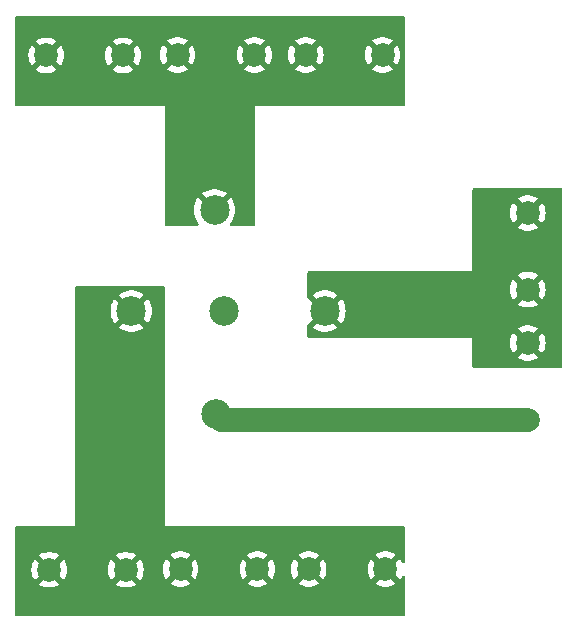
<source format=gbr>
%TF.GenerationSoftware,KiCad,Pcbnew,7.0.9*%
%TF.CreationDate,2023-12-26T14:09:42-08:00*%
%TF.ProjectId,Relay_PCB_final,52656c61-795f-4504-9342-5f66696e616c,rev?*%
%TF.SameCoordinates,Original*%
%TF.FileFunction,Copper,L1,Top*%
%TF.FilePolarity,Positive*%
%FSLAX46Y46*%
G04 Gerber Fmt 4.6, Leading zero omitted, Abs format (unit mm)*
G04 Created by KiCad (PCBNEW 7.0.9) date 2023-12-26 14:09:42*
%MOMM*%
%LPD*%
G01*
G04 APERTURE LIST*
%TA.AperFunction,ComponentPad*%
%ADD10C,2.000000*%
%TD*%
%TA.AperFunction,ComponentPad*%
%ADD11C,2.500000*%
%TD*%
%TA.AperFunction,Conductor*%
%ADD12C,0.000000*%
%TD*%
%TA.AperFunction,Conductor*%
%ADD13C,2.000000*%
%TD*%
%TA.AperFunction,Conductor*%
%ADD14C,0.200000*%
%TD*%
G04 APERTURE END LIST*
D10*
%TO.P,,1*%
%TO.N,negative_motors*%
X127107000Y-61776000D03*
%TO.N,positive_motors*%
X127357000Y-105326000D03*
%TO.N,negative_motors*%
X133607000Y-61776000D03*
%TO.N,positive_motors*%
X133857000Y-105326000D03*
%TO.N,negative_motors*%
X138232000Y-61726000D03*
%TO.N,positive_motors*%
X138482000Y-105276000D03*
%TO.N,negative_motors*%
X144732000Y-61726000D03*
%TO.N,positive_motors*%
X144982000Y-105276000D03*
%TO.N,negative_motors*%
X149082000Y-61726000D03*
%TO.N,positive_motors*%
X149332000Y-105276000D03*
%TO.N,negative_motors*%
X155582000Y-61726000D03*
%TO.N,positive_motors*%
X155832000Y-105276000D03*
%TO.N,pwr*%
X167882000Y-75110000D03*
X167882000Y-81610000D03*
X167882000Y-86110000D03*
%TO.N,gnd*%
X167882000Y-92610000D03*
D11*
%TO.P,,2*%
%TO.N,positive_motors*%
X134307000Y-83426000D03*
%TO.N,negative_motors*%
X141357000Y-74851000D03*
%TO.N,gnd*%
X141457000Y-92176000D03*
%TO.N,N/C*%
X142157000Y-83451000D03*
%TO.N,pwr*%
X150707000Y-83426000D03*
%TD*%
D12*
%TO.N,positive_motors*%
X134300000Y-83433000D02*
X134307000Y-83426000D01*
X133700000Y-84033000D02*
X134307000Y-83426000D01*
X133857000Y-105326000D02*
X133700000Y-105169000D01*
X144982000Y-105276000D02*
X144976000Y-105276000D01*
X133857000Y-105326000D02*
X134300000Y-104883000D01*
D13*
%TO.N,gnd*%
X167882000Y-92610000D02*
X141891000Y-92610000D01*
D14*
X141891000Y-92610000D02*
X141457000Y-92176000D01*
%TD*%
%TA.AperFunction,Conductor*%
%TO.N,pwr*%
G36*
X170740500Y-73044962D02*
G01*
X170795038Y-73099500D01*
X170815000Y-73174000D01*
X170815000Y-88116000D01*
X170795038Y-88190500D01*
X170740500Y-88245038D01*
X170666000Y-88265000D01*
X163344000Y-88265000D01*
X163269500Y-88245038D01*
X163214962Y-88190500D01*
X163195000Y-88116000D01*
X163195000Y-86110001D01*
X166376859Y-86110001D01*
X166397386Y-86357733D01*
X166458412Y-86598721D01*
X166558263Y-86826358D01*
X166558267Y-86826365D01*
X166658563Y-86979881D01*
X167204803Y-86433641D01*
X167228059Y-86487553D01*
X167332756Y-86628185D01*
X167467062Y-86740882D01*
X167558665Y-86786886D01*
X167011942Y-87333609D01*
X167011942Y-87333610D01*
X167058766Y-87370054D01*
X167277393Y-87488368D01*
X167512506Y-87569082D01*
X167757708Y-87609999D01*
X167757708Y-87610000D01*
X168006292Y-87610000D01*
X168006291Y-87609999D01*
X168251493Y-87569082D01*
X168486606Y-87488368D01*
X168705233Y-87370054D01*
X168752056Y-87333609D01*
X168207945Y-86789498D01*
X168220891Y-86784787D01*
X168367373Y-86688445D01*
X168487688Y-86560918D01*
X168560447Y-86434894D01*
X169105435Y-86979882D01*
X169105435Y-86979881D01*
X169205728Y-86826374D01*
X169205736Y-86826358D01*
X169305587Y-86598721D01*
X169366613Y-86357733D01*
X169387141Y-86110001D01*
X169387141Y-86109998D01*
X169366613Y-85862266D01*
X169305587Y-85621278D01*
X169205736Y-85393641D01*
X169205732Y-85393634D01*
X169105434Y-85240117D01*
X168559195Y-85786356D01*
X168535941Y-85732447D01*
X168431244Y-85591815D01*
X168296938Y-85479118D01*
X168205332Y-85433112D01*
X168752056Y-84886389D01*
X168752056Y-84886388D01*
X168705235Y-84849946D01*
X168705231Y-84849944D01*
X168486606Y-84731631D01*
X168251493Y-84650917D01*
X168006291Y-84610000D01*
X167757708Y-84610000D01*
X167512506Y-84650917D01*
X167277393Y-84731631D01*
X167058763Y-84849947D01*
X167011942Y-84886388D01*
X167011942Y-84886389D01*
X167556054Y-85430501D01*
X167543109Y-85435213D01*
X167396627Y-85531555D01*
X167276312Y-85659082D01*
X167203552Y-85785105D01*
X166658563Y-85240116D01*
X166558266Y-85393632D01*
X166458412Y-85621278D01*
X166397386Y-85862266D01*
X166376859Y-86109998D01*
X166376859Y-86110001D01*
X163195000Y-86110001D01*
X163195000Y-85725000D01*
X149374000Y-85725000D01*
X149299500Y-85705038D01*
X149244962Y-85650500D01*
X149225000Y-85576000D01*
X149225000Y-84616163D01*
X149244962Y-84541663D01*
X149268641Y-84510804D01*
X149845348Y-83934096D01*
X149912146Y-84041263D01*
X150052268Y-84188671D01*
X150197085Y-84289467D01*
X149657832Y-84828720D01*
X149829551Y-84945796D01*
X150065850Y-85059592D01*
X150065871Y-85059600D01*
X150316490Y-85136906D01*
X150316494Y-85136907D01*
X150575852Y-85175999D01*
X150575859Y-85176000D01*
X150838141Y-85176000D01*
X150838147Y-85175999D01*
X151097505Y-85136907D01*
X151097509Y-85136906D01*
X151348128Y-85059600D01*
X151348149Y-85059592D01*
X151584451Y-84945795D01*
X151584463Y-84945788D01*
X151756167Y-84828721D01*
X151215125Y-84287678D01*
X151281214Y-84250996D01*
X151435531Y-84118520D01*
X151560021Y-83957692D01*
X151570625Y-83936072D01*
X152109124Y-84474571D01*
X152109125Y-84474570D01*
X152156972Y-84414572D01*
X152288116Y-84187426D01*
X152383941Y-83943267D01*
X152383942Y-83943263D01*
X152442304Y-83687562D01*
X152442307Y-83687543D01*
X152461907Y-83426004D01*
X152461907Y-83425995D01*
X152442307Y-83164456D01*
X152442304Y-83164437D01*
X152383942Y-82908736D01*
X152383941Y-82908732D01*
X152288116Y-82664573D01*
X152156972Y-82437427D01*
X152109124Y-82377428D01*
X151568650Y-82917901D01*
X151501854Y-82810737D01*
X151361732Y-82663329D01*
X151216912Y-82562531D01*
X151756166Y-82023278D01*
X151584449Y-81906203D01*
X151348149Y-81792407D01*
X151348128Y-81792399D01*
X151097509Y-81715093D01*
X151097505Y-81715092D01*
X150838147Y-81676000D01*
X150575852Y-81676000D01*
X150316494Y-81715092D01*
X150316490Y-81715093D01*
X150065871Y-81792399D01*
X150065850Y-81792407D01*
X149829548Y-81906205D01*
X149657832Y-82023277D01*
X149657832Y-82023278D01*
X150198875Y-82564321D01*
X150132786Y-82601004D01*
X149978469Y-82733480D01*
X149853979Y-82894308D01*
X149843373Y-82915927D01*
X149268641Y-82341195D01*
X149230077Y-82274400D01*
X149225000Y-82235836D01*
X149225000Y-81610001D01*
X166376859Y-81610001D01*
X166397386Y-81857733D01*
X166458412Y-82098721D01*
X166558263Y-82326358D01*
X166558267Y-82326365D01*
X166658563Y-82479881D01*
X167204803Y-81933641D01*
X167228059Y-81987553D01*
X167332756Y-82128185D01*
X167467062Y-82240882D01*
X167558665Y-82286886D01*
X167011942Y-82833609D01*
X167011942Y-82833610D01*
X167058766Y-82870054D01*
X167277393Y-82988368D01*
X167512506Y-83069082D01*
X167757708Y-83109999D01*
X167757708Y-83110000D01*
X168006292Y-83110000D01*
X168006291Y-83109999D01*
X168251493Y-83069082D01*
X168486606Y-82988368D01*
X168705233Y-82870054D01*
X168752056Y-82833609D01*
X168207945Y-82289498D01*
X168220891Y-82284787D01*
X168367373Y-82188445D01*
X168487688Y-82060918D01*
X168560447Y-81934894D01*
X169105435Y-82479882D01*
X169105435Y-82479881D01*
X169205728Y-82326374D01*
X169205736Y-82326358D01*
X169305587Y-82098721D01*
X169366613Y-81857733D01*
X169387141Y-81610001D01*
X169387141Y-81609998D01*
X169366613Y-81362266D01*
X169305587Y-81121278D01*
X169205736Y-80893641D01*
X169205732Y-80893634D01*
X169105434Y-80740117D01*
X168559195Y-81286356D01*
X168535941Y-81232447D01*
X168431244Y-81091815D01*
X168296938Y-80979118D01*
X168205332Y-80933112D01*
X168752056Y-80386389D01*
X168752056Y-80386388D01*
X168705235Y-80349946D01*
X168705231Y-80349944D01*
X168486606Y-80231631D01*
X168251493Y-80150917D01*
X168006291Y-80110000D01*
X167757708Y-80110000D01*
X167512506Y-80150917D01*
X167277393Y-80231631D01*
X167058763Y-80349947D01*
X167011942Y-80386388D01*
X167011942Y-80386389D01*
X167556054Y-80930501D01*
X167543109Y-80935213D01*
X167396627Y-81031555D01*
X167276312Y-81159082D01*
X167203552Y-81285105D01*
X166658563Y-80740116D01*
X166558266Y-80893632D01*
X166458412Y-81121278D01*
X166397386Y-81362266D01*
X166376859Y-81609998D01*
X166376859Y-81610001D01*
X149225000Y-81610001D01*
X149225000Y-80159000D01*
X149244962Y-80084500D01*
X149299500Y-80029962D01*
X149374000Y-80010000D01*
X163195000Y-80010000D01*
X163195000Y-75110001D01*
X166376859Y-75110001D01*
X166397386Y-75357733D01*
X166458412Y-75598721D01*
X166558263Y-75826358D01*
X166558267Y-75826365D01*
X166658563Y-75979881D01*
X167204803Y-75433641D01*
X167228059Y-75487553D01*
X167332756Y-75628185D01*
X167467062Y-75740882D01*
X167558665Y-75786886D01*
X167011942Y-76333609D01*
X167011942Y-76333610D01*
X167058766Y-76370054D01*
X167277393Y-76488368D01*
X167512506Y-76569082D01*
X167757708Y-76609999D01*
X167757708Y-76610000D01*
X168006292Y-76610000D01*
X168006291Y-76609999D01*
X168251493Y-76569082D01*
X168486606Y-76488368D01*
X168705233Y-76370054D01*
X168752056Y-76333609D01*
X168207945Y-75789498D01*
X168220891Y-75784787D01*
X168367373Y-75688445D01*
X168487688Y-75560918D01*
X168560447Y-75434894D01*
X169105435Y-75979882D01*
X169105435Y-75979881D01*
X169205728Y-75826374D01*
X169205736Y-75826358D01*
X169305587Y-75598721D01*
X169366613Y-75357733D01*
X169387141Y-75110001D01*
X169387141Y-75109998D01*
X169366613Y-74862266D01*
X169305587Y-74621278D01*
X169205736Y-74393641D01*
X169205732Y-74393634D01*
X169105434Y-74240117D01*
X168559195Y-74786356D01*
X168535941Y-74732447D01*
X168431244Y-74591815D01*
X168296938Y-74479118D01*
X168205332Y-74433112D01*
X168752056Y-73886389D01*
X168752056Y-73886388D01*
X168705235Y-73849946D01*
X168705231Y-73849944D01*
X168486606Y-73731631D01*
X168251493Y-73650917D01*
X168006291Y-73610000D01*
X167757708Y-73610000D01*
X167512506Y-73650917D01*
X167277393Y-73731631D01*
X167058763Y-73849947D01*
X167011942Y-73886388D01*
X167011942Y-73886389D01*
X167556054Y-74430501D01*
X167543109Y-74435213D01*
X167396627Y-74531555D01*
X167276312Y-74659082D01*
X167203552Y-74785105D01*
X166658563Y-74240116D01*
X166558266Y-74393632D01*
X166458412Y-74621278D01*
X166397386Y-74862266D01*
X166376859Y-75109998D01*
X166376859Y-75110001D01*
X163195000Y-75110001D01*
X163195000Y-73174000D01*
X163214962Y-73099500D01*
X163269500Y-73044962D01*
X163344000Y-73025000D01*
X170666000Y-73025000D01*
X170740500Y-73044962D01*
G37*
%TD.AperFunction*%
%TD*%
%TA.AperFunction,Conductor*%
%TO.N,negative_motors*%
G36*
X157405500Y-58439962D02*
G01*
X157460038Y-58494500D01*
X157480000Y-58569000D01*
X157480000Y-65891000D01*
X157460038Y-65965500D01*
X157405500Y-66020038D01*
X157331000Y-66040000D01*
X144780000Y-66040000D01*
X144780000Y-76051000D01*
X144760038Y-76125500D01*
X144705500Y-76180038D01*
X144631000Y-76200000D01*
X142828944Y-76200000D01*
X142754444Y-76180038D01*
X142699906Y-76125500D01*
X142679944Y-76051000D01*
X142699906Y-75976500D01*
X142712451Y-75958100D01*
X142806972Y-75839573D01*
X142938116Y-75612426D01*
X143033941Y-75368267D01*
X143033942Y-75368263D01*
X143092304Y-75112562D01*
X143092307Y-75112543D01*
X143111907Y-74851004D01*
X143111907Y-74850995D01*
X143092307Y-74589456D01*
X143092304Y-74589437D01*
X143033942Y-74333736D01*
X143033941Y-74333732D01*
X142938116Y-74089573D01*
X142806972Y-73862427D01*
X142759124Y-73802428D01*
X142218650Y-74342901D01*
X142151854Y-74235737D01*
X142011732Y-74088329D01*
X141866912Y-73987531D01*
X142406166Y-73448278D01*
X142234449Y-73331203D01*
X141998149Y-73217407D01*
X141998128Y-73217399D01*
X141747509Y-73140093D01*
X141747505Y-73140092D01*
X141488147Y-73101000D01*
X141225852Y-73101000D01*
X140966494Y-73140092D01*
X140966490Y-73140093D01*
X140715871Y-73217399D01*
X140715850Y-73217407D01*
X140479548Y-73331205D01*
X140307832Y-73448277D01*
X140307832Y-73448278D01*
X140848875Y-73989321D01*
X140782786Y-74026004D01*
X140628469Y-74158480D01*
X140503979Y-74319308D01*
X140493373Y-74340927D01*
X139954874Y-73802428D01*
X139954873Y-73802428D01*
X139907029Y-73862424D01*
X139775883Y-74089573D01*
X139680058Y-74333732D01*
X139680057Y-74333736D01*
X139621695Y-74589437D01*
X139621692Y-74589456D01*
X139602093Y-74850995D01*
X139602093Y-74851004D01*
X139621692Y-75112543D01*
X139621695Y-75112562D01*
X139680057Y-75368263D01*
X139680058Y-75368267D01*
X139775883Y-75612426D01*
X139907027Y-75839573D01*
X140001549Y-75958100D01*
X140032392Y-76028793D01*
X140023756Y-76105436D01*
X139977956Y-76167493D01*
X139907263Y-76198336D01*
X139885056Y-76200000D01*
X137309000Y-76200000D01*
X137234500Y-76180038D01*
X137179962Y-76125500D01*
X137160000Y-76051000D01*
X137160000Y-66040000D01*
X124609000Y-66040000D01*
X124534500Y-66020038D01*
X124479962Y-65965500D01*
X124460000Y-65891000D01*
X124460000Y-61776001D01*
X125601859Y-61776001D01*
X125622386Y-62023733D01*
X125683412Y-62264721D01*
X125783263Y-62492358D01*
X125783267Y-62492365D01*
X125883563Y-62645881D01*
X126429803Y-62099641D01*
X126453059Y-62153553D01*
X126557756Y-62294185D01*
X126692062Y-62406882D01*
X126783665Y-62452886D01*
X126236942Y-62999609D01*
X126236942Y-62999610D01*
X126283766Y-63036054D01*
X126502393Y-63154368D01*
X126737506Y-63235082D01*
X126982708Y-63275999D01*
X126982708Y-63276000D01*
X127231292Y-63276000D01*
X127231291Y-63275999D01*
X127476493Y-63235082D01*
X127711606Y-63154368D01*
X127930233Y-63036054D01*
X127977056Y-62999609D01*
X127432945Y-62455498D01*
X127445891Y-62450787D01*
X127592373Y-62354445D01*
X127712688Y-62226918D01*
X127785447Y-62100894D01*
X128330435Y-62645882D01*
X128330435Y-62645881D01*
X128430728Y-62492374D01*
X128430736Y-62492358D01*
X128530587Y-62264721D01*
X128591613Y-62023733D01*
X128612141Y-61776001D01*
X132101859Y-61776001D01*
X132122386Y-62023733D01*
X132183412Y-62264721D01*
X132283263Y-62492358D01*
X132283267Y-62492365D01*
X132383563Y-62645881D01*
X132929803Y-62099641D01*
X132953059Y-62153553D01*
X133057756Y-62294185D01*
X133192062Y-62406882D01*
X133283665Y-62452886D01*
X132736942Y-62999609D01*
X132736942Y-62999610D01*
X132783766Y-63036054D01*
X133002393Y-63154368D01*
X133237506Y-63235082D01*
X133482708Y-63275999D01*
X133482708Y-63276000D01*
X133731292Y-63276000D01*
X133731291Y-63275999D01*
X133976493Y-63235082D01*
X134211606Y-63154368D01*
X134430233Y-63036054D01*
X134477056Y-62999609D01*
X133932945Y-62455498D01*
X133945891Y-62450787D01*
X134092373Y-62354445D01*
X134212688Y-62226918D01*
X134285447Y-62100894D01*
X134830435Y-62645882D01*
X134830435Y-62645881D01*
X134930728Y-62492374D01*
X134930736Y-62492358D01*
X135030587Y-62264721D01*
X135091613Y-62023733D01*
X135112141Y-61776001D01*
X135112141Y-61775998D01*
X135107998Y-61726001D01*
X136726859Y-61726001D01*
X136747386Y-61973733D01*
X136808412Y-62214721D01*
X136908263Y-62442358D01*
X136908267Y-62442365D01*
X137008563Y-62595881D01*
X137554803Y-62049641D01*
X137578059Y-62103553D01*
X137682756Y-62244185D01*
X137817062Y-62356882D01*
X137908665Y-62402886D01*
X137361942Y-62949609D01*
X137361942Y-62949610D01*
X137408766Y-62986054D01*
X137627393Y-63104368D01*
X137862506Y-63185082D01*
X138107708Y-63225999D01*
X138107708Y-63226000D01*
X138356292Y-63226000D01*
X138356291Y-63225999D01*
X138601493Y-63185082D01*
X138836606Y-63104368D01*
X139055233Y-62986054D01*
X139102056Y-62949609D01*
X138557945Y-62405498D01*
X138570891Y-62400787D01*
X138717373Y-62304445D01*
X138837688Y-62176918D01*
X138910447Y-62050894D01*
X139455435Y-62595882D01*
X139455435Y-62595881D01*
X139555728Y-62442374D01*
X139555736Y-62442358D01*
X139655587Y-62214721D01*
X139716613Y-61973733D01*
X139737141Y-61726001D01*
X143226859Y-61726001D01*
X143247386Y-61973733D01*
X143308412Y-62214721D01*
X143408263Y-62442358D01*
X143408267Y-62442365D01*
X143508563Y-62595881D01*
X144054803Y-62049641D01*
X144078059Y-62103553D01*
X144182756Y-62244185D01*
X144317062Y-62356882D01*
X144408665Y-62402886D01*
X143861942Y-62949609D01*
X143861942Y-62949610D01*
X143908766Y-62986054D01*
X144127393Y-63104368D01*
X144362506Y-63185082D01*
X144607708Y-63225999D01*
X144607708Y-63226000D01*
X144856292Y-63226000D01*
X144856291Y-63225999D01*
X145101493Y-63185082D01*
X145336606Y-63104368D01*
X145555233Y-62986054D01*
X145602056Y-62949609D01*
X145057945Y-62405498D01*
X145070891Y-62400787D01*
X145217373Y-62304445D01*
X145337688Y-62176918D01*
X145410447Y-62050894D01*
X145955435Y-62595882D01*
X145955435Y-62595881D01*
X146055728Y-62442374D01*
X146055736Y-62442358D01*
X146155587Y-62214721D01*
X146216613Y-61973733D01*
X146237141Y-61726001D01*
X147576859Y-61726001D01*
X147597386Y-61973733D01*
X147658412Y-62214721D01*
X147758263Y-62442358D01*
X147758267Y-62442365D01*
X147858563Y-62595881D01*
X148404803Y-62049641D01*
X148428059Y-62103553D01*
X148532756Y-62244185D01*
X148667062Y-62356882D01*
X148758665Y-62402886D01*
X148211942Y-62949609D01*
X148211942Y-62949610D01*
X148258766Y-62986054D01*
X148477393Y-63104368D01*
X148712506Y-63185082D01*
X148957708Y-63225999D01*
X148957708Y-63226000D01*
X149206292Y-63226000D01*
X149206291Y-63225999D01*
X149451493Y-63185082D01*
X149686606Y-63104368D01*
X149905233Y-62986054D01*
X149952056Y-62949609D01*
X149407945Y-62405498D01*
X149420891Y-62400787D01*
X149567373Y-62304445D01*
X149687688Y-62176918D01*
X149760447Y-62050894D01*
X150305435Y-62595882D01*
X150305435Y-62595881D01*
X150405728Y-62442374D01*
X150405736Y-62442358D01*
X150505587Y-62214721D01*
X150566613Y-61973733D01*
X150587141Y-61726001D01*
X154076859Y-61726001D01*
X154097386Y-61973733D01*
X154158412Y-62214721D01*
X154258263Y-62442358D01*
X154258267Y-62442365D01*
X154358563Y-62595881D01*
X154904803Y-62049641D01*
X154928059Y-62103553D01*
X155032756Y-62244185D01*
X155167062Y-62356882D01*
X155258665Y-62402886D01*
X154711942Y-62949609D01*
X154711942Y-62949610D01*
X154758766Y-62986054D01*
X154977393Y-63104368D01*
X155212506Y-63185082D01*
X155457708Y-63225999D01*
X155457708Y-63226000D01*
X155706292Y-63226000D01*
X155706291Y-63225999D01*
X155951493Y-63185082D01*
X156186606Y-63104368D01*
X156405233Y-62986054D01*
X156452056Y-62949609D01*
X155907945Y-62405498D01*
X155920891Y-62400787D01*
X156067373Y-62304445D01*
X156187688Y-62176918D01*
X156260447Y-62050894D01*
X156805435Y-62595882D01*
X156805435Y-62595881D01*
X156905728Y-62442374D01*
X156905736Y-62442358D01*
X157005587Y-62214721D01*
X157066613Y-61973733D01*
X157087141Y-61726001D01*
X157087141Y-61725998D01*
X157066613Y-61478266D01*
X157005587Y-61237278D01*
X156905736Y-61009641D01*
X156905732Y-61009634D01*
X156805434Y-60856117D01*
X156259195Y-61402356D01*
X156235941Y-61348447D01*
X156131244Y-61207815D01*
X155996938Y-61095118D01*
X155905332Y-61049112D01*
X156452056Y-60502389D01*
X156452056Y-60502388D01*
X156405235Y-60465946D01*
X156405231Y-60465944D01*
X156186606Y-60347631D01*
X155951493Y-60266917D01*
X155706291Y-60226000D01*
X155457708Y-60226000D01*
X155212506Y-60266917D01*
X154977393Y-60347631D01*
X154758763Y-60465947D01*
X154711942Y-60502388D01*
X154711942Y-60502389D01*
X155256054Y-61046501D01*
X155243109Y-61051213D01*
X155096627Y-61147555D01*
X154976312Y-61275082D01*
X154903552Y-61401105D01*
X154358563Y-60856116D01*
X154258266Y-61009632D01*
X154158412Y-61237278D01*
X154097386Y-61478266D01*
X154076859Y-61725998D01*
X154076859Y-61726001D01*
X150587141Y-61726001D01*
X150587141Y-61725998D01*
X150566613Y-61478266D01*
X150505587Y-61237278D01*
X150405736Y-61009641D01*
X150405732Y-61009634D01*
X150305434Y-60856117D01*
X149759195Y-61402356D01*
X149735941Y-61348447D01*
X149631244Y-61207815D01*
X149496938Y-61095118D01*
X149405332Y-61049112D01*
X149952056Y-60502389D01*
X149952056Y-60502388D01*
X149905235Y-60465946D01*
X149905231Y-60465944D01*
X149686606Y-60347631D01*
X149451493Y-60266917D01*
X149206291Y-60226000D01*
X148957708Y-60226000D01*
X148712506Y-60266917D01*
X148477393Y-60347631D01*
X148258763Y-60465947D01*
X148211942Y-60502388D01*
X148211942Y-60502389D01*
X148756054Y-61046501D01*
X148743109Y-61051213D01*
X148596627Y-61147555D01*
X148476312Y-61275082D01*
X148403552Y-61401105D01*
X147858563Y-60856116D01*
X147758266Y-61009632D01*
X147658412Y-61237278D01*
X147597386Y-61478266D01*
X147576859Y-61725998D01*
X147576859Y-61726001D01*
X146237141Y-61726001D01*
X146237141Y-61725998D01*
X146216613Y-61478266D01*
X146155587Y-61237278D01*
X146055736Y-61009641D01*
X146055732Y-61009634D01*
X145955434Y-60856117D01*
X145409195Y-61402356D01*
X145385941Y-61348447D01*
X145281244Y-61207815D01*
X145146938Y-61095118D01*
X145055332Y-61049112D01*
X145602056Y-60502389D01*
X145602056Y-60502388D01*
X145555235Y-60465946D01*
X145555231Y-60465944D01*
X145336606Y-60347631D01*
X145101493Y-60266917D01*
X144856291Y-60226000D01*
X144607708Y-60226000D01*
X144362506Y-60266917D01*
X144127393Y-60347631D01*
X143908763Y-60465947D01*
X143861942Y-60502388D01*
X143861942Y-60502389D01*
X144406054Y-61046501D01*
X144393109Y-61051213D01*
X144246627Y-61147555D01*
X144126312Y-61275082D01*
X144053552Y-61401105D01*
X143508563Y-60856116D01*
X143408266Y-61009632D01*
X143308412Y-61237278D01*
X143247386Y-61478266D01*
X143226859Y-61725998D01*
X143226859Y-61726001D01*
X139737141Y-61726001D01*
X139737141Y-61725998D01*
X139716613Y-61478266D01*
X139655587Y-61237278D01*
X139555736Y-61009641D01*
X139555732Y-61009634D01*
X139455434Y-60856117D01*
X138909195Y-61402356D01*
X138885941Y-61348447D01*
X138781244Y-61207815D01*
X138646938Y-61095118D01*
X138555332Y-61049112D01*
X139102056Y-60502389D01*
X139102056Y-60502388D01*
X139055235Y-60465946D01*
X139055231Y-60465944D01*
X138836606Y-60347631D01*
X138601493Y-60266917D01*
X138356291Y-60226000D01*
X138107708Y-60226000D01*
X137862506Y-60266917D01*
X137627393Y-60347631D01*
X137408763Y-60465947D01*
X137361942Y-60502388D01*
X137361942Y-60502389D01*
X137906054Y-61046501D01*
X137893109Y-61051213D01*
X137746627Y-61147555D01*
X137626312Y-61275082D01*
X137553552Y-61401105D01*
X137008563Y-60856116D01*
X136908266Y-61009632D01*
X136808412Y-61237278D01*
X136747386Y-61478266D01*
X136726859Y-61725998D01*
X136726859Y-61726001D01*
X135107998Y-61726001D01*
X135091613Y-61528266D01*
X135030587Y-61287278D01*
X134930736Y-61059641D01*
X134930732Y-61059634D01*
X134830434Y-60906117D01*
X134284195Y-61452356D01*
X134260941Y-61398447D01*
X134156244Y-61257815D01*
X134021938Y-61145118D01*
X133930332Y-61099112D01*
X134477056Y-60552389D01*
X134477056Y-60552388D01*
X134430235Y-60515946D01*
X134430231Y-60515944D01*
X134211606Y-60397631D01*
X133976493Y-60316917D01*
X133731291Y-60276000D01*
X133482708Y-60276000D01*
X133237506Y-60316917D01*
X133002393Y-60397631D01*
X132783763Y-60515947D01*
X132736942Y-60552388D01*
X132736942Y-60552389D01*
X133281054Y-61096501D01*
X133268109Y-61101213D01*
X133121627Y-61197555D01*
X133001312Y-61325082D01*
X132928552Y-61451105D01*
X132383563Y-60906116D01*
X132283266Y-61059632D01*
X132183412Y-61287278D01*
X132122386Y-61528266D01*
X132101859Y-61775998D01*
X132101859Y-61776001D01*
X128612141Y-61776001D01*
X128612141Y-61775998D01*
X128591613Y-61528266D01*
X128530587Y-61287278D01*
X128430736Y-61059641D01*
X128430732Y-61059634D01*
X128330434Y-60906117D01*
X127784195Y-61452356D01*
X127760941Y-61398447D01*
X127656244Y-61257815D01*
X127521938Y-61145118D01*
X127430332Y-61099112D01*
X127977056Y-60552389D01*
X127977056Y-60552388D01*
X127930235Y-60515946D01*
X127930231Y-60515944D01*
X127711606Y-60397631D01*
X127476493Y-60316917D01*
X127231291Y-60276000D01*
X126982708Y-60276000D01*
X126737506Y-60316917D01*
X126502393Y-60397631D01*
X126283763Y-60515947D01*
X126236942Y-60552388D01*
X126236942Y-60552389D01*
X126781054Y-61096501D01*
X126768109Y-61101213D01*
X126621627Y-61197555D01*
X126501312Y-61325082D01*
X126428552Y-61451105D01*
X125883563Y-60906116D01*
X125783266Y-61059632D01*
X125683412Y-61287278D01*
X125622386Y-61528266D01*
X125601859Y-61775998D01*
X125601859Y-61776001D01*
X124460000Y-61776001D01*
X124460000Y-58569000D01*
X124479962Y-58494500D01*
X124534500Y-58439962D01*
X124609000Y-58420000D01*
X157331000Y-58420000D01*
X157405500Y-58439962D01*
G37*
%TD.AperFunction*%
%TD*%
%TA.AperFunction,Conductor*%
%TO.N,positive_motors*%
G36*
X137085500Y-81299962D02*
G01*
X137140038Y-81354500D01*
X137160000Y-81429000D01*
X137160000Y-101600000D01*
X157331000Y-101600000D01*
X157405500Y-101619962D01*
X157460038Y-101674500D01*
X157480000Y-101749000D01*
X157480000Y-104588274D01*
X157460038Y-104662774D01*
X157405500Y-104717312D01*
X157331000Y-104737274D01*
X157256500Y-104717312D01*
X157201962Y-104662774D01*
X157194550Y-104648127D01*
X157155734Y-104559637D01*
X157155732Y-104559634D01*
X157055434Y-104406117D01*
X156509195Y-104952356D01*
X156485941Y-104898447D01*
X156381244Y-104757815D01*
X156246938Y-104645118D01*
X156155332Y-104599112D01*
X156702056Y-104052389D01*
X156702056Y-104052388D01*
X156655235Y-104015946D01*
X156655231Y-104015944D01*
X156436606Y-103897631D01*
X156201493Y-103816917D01*
X155956291Y-103776000D01*
X155707708Y-103776000D01*
X155462506Y-103816917D01*
X155227393Y-103897631D01*
X155008763Y-104015947D01*
X154961942Y-104052388D01*
X154961942Y-104052389D01*
X155506054Y-104596501D01*
X155493109Y-104601213D01*
X155346627Y-104697555D01*
X155226312Y-104825082D01*
X155153552Y-104951105D01*
X154608563Y-104406116D01*
X154508266Y-104559632D01*
X154408412Y-104787278D01*
X154347386Y-105028266D01*
X154326859Y-105275998D01*
X154326859Y-105276001D01*
X154347386Y-105523733D01*
X154408412Y-105764721D01*
X154508263Y-105992358D01*
X154508267Y-105992365D01*
X154608563Y-106145881D01*
X155154803Y-105599641D01*
X155178059Y-105653553D01*
X155282756Y-105794185D01*
X155417062Y-105906882D01*
X155508665Y-105952886D01*
X154961942Y-106499609D01*
X154961942Y-106499610D01*
X155008766Y-106536054D01*
X155227393Y-106654368D01*
X155462506Y-106735082D01*
X155707708Y-106775999D01*
X155707708Y-106776000D01*
X155956292Y-106776000D01*
X155956291Y-106775999D01*
X156201493Y-106735082D01*
X156436606Y-106654368D01*
X156655233Y-106536054D01*
X156702056Y-106499609D01*
X156157945Y-105955498D01*
X156170891Y-105950787D01*
X156317373Y-105854445D01*
X156437688Y-105726918D01*
X156510447Y-105600894D01*
X157055435Y-106145882D01*
X157055435Y-106145881D01*
X157155728Y-105992374D01*
X157155736Y-105992358D01*
X157194550Y-105903873D01*
X157242757Y-105843666D01*
X157314609Y-105815629D01*
X157390852Y-105827275D01*
X157451059Y-105875482D01*
X157479096Y-105947334D01*
X157480000Y-105963725D01*
X157480000Y-109071000D01*
X157460038Y-109145500D01*
X157405500Y-109200038D01*
X157331000Y-109220000D01*
X124609000Y-109220000D01*
X124534500Y-109200038D01*
X124479962Y-109145500D01*
X124460000Y-109071000D01*
X124460000Y-105326001D01*
X125851859Y-105326001D01*
X125872386Y-105573733D01*
X125933412Y-105814721D01*
X126033263Y-106042358D01*
X126033267Y-106042365D01*
X126133563Y-106195881D01*
X126679803Y-105649641D01*
X126703059Y-105703553D01*
X126807756Y-105844185D01*
X126942062Y-105956882D01*
X127033665Y-106002886D01*
X126486942Y-106549609D01*
X126486942Y-106549610D01*
X126533766Y-106586054D01*
X126752393Y-106704368D01*
X126987506Y-106785082D01*
X127232708Y-106825999D01*
X127232708Y-106826000D01*
X127481292Y-106826000D01*
X127481291Y-106825999D01*
X127726493Y-106785082D01*
X127961606Y-106704368D01*
X128180233Y-106586054D01*
X128227056Y-106549609D01*
X127682945Y-106005498D01*
X127695891Y-106000787D01*
X127842373Y-105904445D01*
X127962688Y-105776918D01*
X128035447Y-105650894D01*
X128580435Y-106195882D01*
X128580435Y-106195881D01*
X128680728Y-106042374D01*
X128680736Y-106042358D01*
X128780587Y-105814721D01*
X128841613Y-105573733D01*
X128862141Y-105326001D01*
X132351859Y-105326001D01*
X132372386Y-105573733D01*
X132433412Y-105814721D01*
X132533263Y-106042358D01*
X132533267Y-106042365D01*
X132633563Y-106195881D01*
X133179803Y-105649641D01*
X133203059Y-105703553D01*
X133307756Y-105844185D01*
X133442062Y-105956882D01*
X133533665Y-106002886D01*
X132986942Y-106549609D01*
X132986942Y-106549610D01*
X133033766Y-106586054D01*
X133252393Y-106704368D01*
X133487506Y-106785082D01*
X133732708Y-106825999D01*
X133732708Y-106826000D01*
X133981292Y-106826000D01*
X133981291Y-106825999D01*
X134226493Y-106785082D01*
X134461606Y-106704368D01*
X134680233Y-106586054D01*
X134727056Y-106549609D01*
X134182945Y-106005498D01*
X134195891Y-106000787D01*
X134342373Y-105904445D01*
X134462688Y-105776918D01*
X134535447Y-105650894D01*
X135080435Y-106195882D01*
X135080435Y-106195881D01*
X135180728Y-106042374D01*
X135180736Y-106042358D01*
X135280587Y-105814721D01*
X135341613Y-105573733D01*
X135362141Y-105326001D01*
X135362141Y-105325998D01*
X135357998Y-105276001D01*
X136976859Y-105276001D01*
X136997386Y-105523733D01*
X137058412Y-105764721D01*
X137158263Y-105992358D01*
X137158267Y-105992365D01*
X137258563Y-106145881D01*
X137804803Y-105599641D01*
X137828059Y-105653553D01*
X137932756Y-105794185D01*
X138067062Y-105906882D01*
X138158665Y-105952886D01*
X137611942Y-106499609D01*
X137611942Y-106499610D01*
X137658766Y-106536054D01*
X137877393Y-106654368D01*
X138112506Y-106735082D01*
X138357708Y-106775999D01*
X138357708Y-106776000D01*
X138606292Y-106776000D01*
X138606291Y-106775999D01*
X138851493Y-106735082D01*
X139086606Y-106654368D01*
X139305233Y-106536054D01*
X139352056Y-106499609D01*
X138807945Y-105955498D01*
X138820891Y-105950787D01*
X138967373Y-105854445D01*
X139087688Y-105726918D01*
X139160447Y-105600894D01*
X139705435Y-106145882D01*
X139705435Y-106145881D01*
X139805728Y-105992374D01*
X139805736Y-105992358D01*
X139905587Y-105764721D01*
X139966613Y-105523733D01*
X139987141Y-105276001D01*
X143476859Y-105276001D01*
X143497386Y-105523733D01*
X143558412Y-105764721D01*
X143658263Y-105992358D01*
X143658267Y-105992365D01*
X143758563Y-106145881D01*
X144304803Y-105599641D01*
X144328059Y-105653553D01*
X144432756Y-105794185D01*
X144567062Y-105906882D01*
X144658665Y-105952886D01*
X144111942Y-106499609D01*
X144111942Y-106499610D01*
X144158766Y-106536054D01*
X144377393Y-106654368D01*
X144612506Y-106735082D01*
X144857708Y-106775999D01*
X144857708Y-106776000D01*
X145106292Y-106776000D01*
X145106291Y-106775999D01*
X145351493Y-106735082D01*
X145586606Y-106654368D01*
X145805233Y-106536054D01*
X145852056Y-106499609D01*
X145307945Y-105955498D01*
X145320891Y-105950787D01*
X145467373Y-105854445D01*
X145587688Y-105726918D01*
X145660447Y-105600894D01*
X146205435Y-106145882D01*
X146205435Y-106145881D01*
X146305728Y-105992374D01*
X146305736Y-105992358D01*
X146405587Y-105764721D01*
X146466613Y-105523733D01*
X146487141Y-105276001D01*
X147826859Y-105276001D01*
X147847386Y-105523733D01*
X147908412Y-105764721D01*
X148008263Y-105992358D01*
X148008267Y-105992365D01*
X148108563Y-106145881D01*
X148654803Y-105599641D01*
X148678059Y-105653553D01*
X148782756Y-105794185D01*
X148917062Y-105906882D01*
X149008665Y-105952886D01*
X148461942Y-106499609D01*
X148461942Y-106499610D01*
X148508766Y-106536054D01*
X148727393Y-106654368D01*
X148962506Y-106735082D01*
X149207708Y-106775999D01*
X149207708Y-106776000D01*
X149456292Y-106776000D01*
X149456291Y-106775999D01*
X149701493Y-106735082D01*
X149936606Y-106654368D01*
X150155233Y-106536054D01*
X150202056Y-106499609D01*
X149657945Y-105955498D01*
X149670891Y-105950787D01*
X149817373Y-105854445D01*
X149937688Y-105726918D01*
X150010447Y-105600894D01*
X150555435Y-106145882D01*
X150555435Y-106145881D01*
X150655728Y-105992374D01*
X150655736Y-105992358D01*
X150755587Y-105764721D01*
X150816613Y-105523733D01*
X150837141Y-105276001D01*
X150837141Y-105275998D01*
X150816613Y-105028266D01*
X150755587Y-104787278D01*
X150655736Y-104559641D01*
X150655732Y-104559634D01*
X150555434Y-104406117D01*
X150009195Y-104952356D01*
X149985941Y-104898447D01*
X149881244Y-104757815D01*
X149746938Y-104645118D01*
X149655332Y-104599112D01*
X150202056Y-104052389D01*
X150202056Y-104052388D01*
X150155235Y-104015946D01*
X150155231Y-104015944D01*
X149936606Y-103897631D01*
X149701493Y-103816917D01*
X149456291Y-103776000D01*
X149207708Y-103776000D01*
X148962506Y-103816917D01*
X148727393Y-103897631D01*
X148508763Y-104015947D01*
X148461942Y-104052388D01*
X148461942Y-104052389D01*
X149006054Y-104596501D01*
X148993109Y-104601213D01*
X148846627Y-104697555D01*
X148726312Y-104825082D01*
X148653552Y-104951105D01*
X148108563Y-104406116D01*
X148008266Y-104559632D01*
X147908412Y-104787278D01*
X147847386Y-105028266D01*
X147826859Y-105275998D01*
X147826859Y-105276001D01*
X146487141Y-105276001D01*
X146487141Y-105275998D01*
X146466613Y-105028266D01*
X146405587Y-104787278D01*
X146305736Y-104559641D01*
X146305732Y-104559634D01*
X146205434Y-104406117D01*
X145659195Y-104952356D01*
X145635941Y-104898447D01*
X145531244Y-104757815D01*
X145396938Y-104645118D01*
X145305332Y-104599112D01*
X145852056Y-104052389D01*
X145852056Y-104052388D01*
X145805235Y-104015946D01*
X145805231Y-104015944D01*
X145586606Y-103897631D01*
X145351493Y-103816917D01*
X145106291Y-103776000D01*
X144857708Y-103776000D01*
X144612506Y-103816917D01*
X144377393Y-103897631D01*
X144158763Y-104015947D01*
X144111942Y-104052388D01*
X144111942Y-104052389D01*
X144656054Y-104596501D01*
X144643109Y-104601213D01*
X144496627Y-104697555D01*
X144376312Y-104825082D01*
X144303552Y-104951105D01*
X143758563Y-104406116D01*
X143658266Y-104559632D01*
X143558412Y-104787278D01*
X143497386Y-105028266D01*
X143476859Y-105275998D01*
X143476859Y-105276001D01*
X139987141Y-105276001D01*
X139987141Y-105275998D01*
X139966613Y-105028266D01*
X139905587Y-104787278D01*
X139805736Y-104559641D01*
X139805732Y-104559634D01*
X139705434Y-104406117D01*
X139159195Y-104952356D01*
X139135941Y-104898447D01*
X139031244Y-104757815D01*
X138896938Y-104645118D01*
X138805332Y-104599112D01*
X139352056Y-104052389D01*
X139352056Y-104052388D01*
X139305235Y-104015946D01*
X139305231Y-104015944D01*
X139086606Y-103897631D01*
X138851493Y-103816917D01*
X138606291Y-103776000D01*
X138357708Y-103776000D01*
X138112506Y-103816917D01*
X137877393Y-103897631D01*
X137658763Y-104015947D01*
X137611942Y-104052388D01*
X137611942Y-104052389D01*
X138156054Y-104596501D01*
X138143109Y-104601213D01*
X137996627Y-104697555D01*
X137876312Y-104825082D01*
X137803552Y-104951105D01*
X137258563Y-104406116D01*
X137158266Y-104559632D01*
X137058412Y-104787278D01*
X136997386Y-105028266D01*
X136976859Y-105275998D01*
X136976859Y-105276001D01*
X135357998Y-105276001D01*
X135341613Y-105078266D01*
X135280587Y-104837278D01*
X135180736Y-104609641D01*
X135180732Y-104609634D01*
X135080434Y-104456117D01*
X134534195Y-105002356D01*
X134510941Y-104948447D01*
X134406244Y-104807815D01*
X134271938Y-104695118D01*
X134180332Y-104649112D01*
X134727056Y-104102389D01*
X134727056Y-104102388D01*
X134680235Y-104065946D01*
X134680231Y-104065944D01*
X134461606Y-103947631D01*
X134226493Y-103866917D01*
X133981291Y-103826000D01*
X133732708Y-103826000D01*
X133487506Y-103866917D01*
X133252393Y-103947631D01*
X133033763Y-104065947D01*
X132986942Y-104102388D01*
X132986942Y-104102389D01*
X133531054Y-104646501D01*
X133518109Y-104651213D01*
X133371627Y-104747555D01*
X133251312Y-104875082D01*
X133178552Y-105001105D01*
X132633563Y-104456116D01*
X132533266Y-104609632D01*
X132433412Y-104837278D01*
X132372386Y-105078266D01*
X132351859Y-105325998D01*
X132351859Y-105326001D01*
X128862141Y-105326001D01*
X128862141Y-105325998D01*
X128841613Y-105078266D01*
X128780587Y-104837278D01*
X128680736Y-104609641D01*
X128680732Y-104609634D01*
X128580434Y-104456117D01*
X128034195Y-105002356D01*
X128010941Y-104948447D01*
X127906244Y-104807815D01*
X127771938Y-104695118D01*
X127680332Y-104649112D01*
X128227056Y-104102389D01*
X128227056Y-104102388D01*
X128180235Y-104065946D01*
X128180231Y-104065944D01*
X127961606Y-103947631D01*
X127726493Y-103866917D01*
X127481291Y-103826000D01*
X127232708Y-103826000D01*
X126987506Y-103866917D01*
X126752393Y-103947631D01*
X126533763Y-104065947D01*
X126486942Y-104102388D01*
X126486942Y-104102389D01*
X127031054Y-104646501D01*
X127018109Y-104651213D01*
X126871627Y-104747555D01*
X126751312Y-104875082D01*
X126678552Y-105001105D01*
X126133563Y-104456116D01*
X126033266Y-104609632D01*
X125933412Y-104837278D01*
X125872386Y-105078266D01*
X125851859Y-105325998D01*
X125851859Y-105326001D01*
X124460000Y-105326001D01*
X124460000Y-101749000D01*
X124479962Y-101674500D01*
X124534500Y-101619962D01*
X124609000Y-101600000D01*
X129540000Y-101600000D01*
X129540000Y-83426004D01*
X132552093Y-83426004D01*
X132571692Y-83687543D01*
X132571695Y-83687562D01*
X132630057Y-83943263D01*
X132630058Y-83943267D01*
X132725883Y-84187426D01*
X132857027Y-84414573D01*
X132904874Y-84474570D01*
X133445348Y-83934095D01*
X133512146Y-84041263D01*
X133652268Y-84188671D01*
X133797085Y-84289467D01*
X133257832Y-84828720D01*
X133429551Y-84945796D01*
X133665850Y-85059592D01*
X133665871Y-85059600D01*
X133916490Y-85136906D01*
X133916494Y-85136907D01*
X134175852Y-85175999D01*
X134175859Y-85176000D01*
X134438141Y-85176000D01*
X134438147Y-85175999D01*
X134697505Y-85136907D01*
X134697509Y-85136906D01*
X134948128Y-85059600D01*
X134948149Y-85059592D01*
X135184451Y-84945795D01*
X135184463Y-84945788D01*
X135356167Y-84828721D01*
X134815125Y-84287678D01*
X134881214Y-84250996D01*
X135035531Y-84118520D01*
X135160021Y-83957692D01*
X135170625Y-83936072D01*
X135709124Y-84474571D01*
X135709125Y-84474570D01*
X135756972Y-84414572D01*
X135888116Y-84187426D01*
X135983941Y-83943267D01*
X135983942Y-83943263D01*
X136042304Y-83687562D01*
X136042307Y-83687543D01*
X136061907Y-83426004D01*
X136061907Y-83425995D01*
X136042307Y-83164456D01*
X136042304Y-83164437D01*
X135983942Y-82908736D01*
X135983941Y-82908732D01*
X135888116Y-82664573D01*
X135756972Y-82437427D01*
X135709124Y-82377428D01*
X135168650Y-82917901D01*
X135101854Y-82810737D01*
X134961732Y-82663329D01*
X134816912Y-82562531D01*
X135356166Y-82023278D01*
X135184449Y-81906203D01*
X134948149Y-81792407D01*
X134948128Y-81792399D01*
X134697509Y-81715093D01*
X134697505Y-81715092D01*
X134438147Y-81676000D01*
X134175852Y-81676000D01*
X133916494Y-81715092D01*
X133916490Y-81715093D01*
X133665871Y-81792399D01*
X133665850Y-81792407D01*
X133429548Y-81906205D01*
X133257832Y-82023277D01*
X133257832Y-82023278D01*
X133798875Y-82564321D01*
X133732786Y-82601004D01*
X133578469Y-82733480D01*
X133453979Y-82894308D01*
X133443373Y-82915927D01*
X132904874Y-82377428D01*
X132904873Y-82377428D01*
X132857029Y-82437424D01*
X132725883Y-82664573D01*
X132630058Y-82908732D01*
X132630057Y-82908736D01*
X132571695Y-83164437D01*
X132571692Y-83164456D01*
X132552093Y-83425995D01*
X132552093Y-83426004D01*
X129540000Y-83426004D01*
X129540000Y-81429000D01*
X129559962Y-81354500D01*
X129614500Y-81299962D01*
X129689000Y-81280000D01*
X137011000Y-81280000D01*
X137085500Y-81299962D01*
G37*
%TD.AperFunction*%
%TD*%
M02*

</source>
